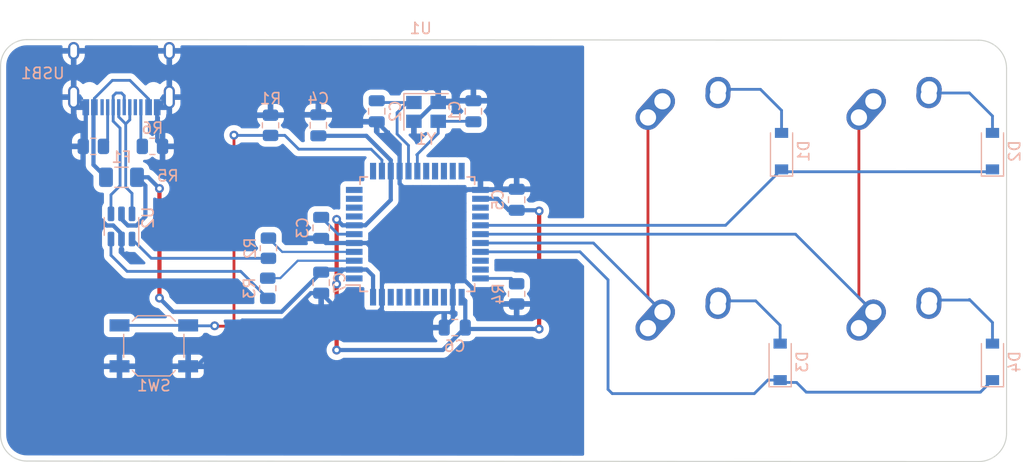
<source format=kicad_pcb>
(kicad_pcb (version 20211014) (generator pcbnew)
  (layers (0 "F.Cu" signal) (31 "B.Cu" signal) (34 "B.Paste" user) (35 "F.Paste" user) (36 "B.SilkS" user "B.Silkscreen") (37 "F.SilkS" user "F.Silkscreen") (38 "B.Mask" user) (39 "F.Mask" user) (44 "Edge.Cuts" user))
  (net 0 "")
  (net 1 "GND")
  (net 2 "Net-(C1-Pad2)")
  (net 3 "Net-(C2-Pad2)")
  (net 4 "Net-(C3-Pad1)")
  (net 5 "+5V")
  (net 6 "row0")
  (net 7 "Net-(D1-Pad2)")
  (net 8 "Net-(D2-Pad2)")
  (net 9 "row1")
  (net 10 "Net-(D3-Pad2)")
  (net 11 "Net-(D4-Pad2)")
  (net 12 "col0")
  (net 13 "Net-(R1-Pad1)")
  (net 14 "D-")
  (net 15 "Net-(R4-Pad1)")
  (net 27 "col1")
  (net 39 "D+ OUT")
  (net 40 "D- OUT")
  (net 41 "D- IN")
  (net 42 "D+ IN")
  (net 44 "D+")
  (net 46 "Net-(R5-Pad2)")
  (net 47 "Net-(R6-Pad2)")
  (net 48 "Vcc")
  (footprint "MX_Alps_Hybrid:MX-1U-NoLED" (layer "F.Cu") (at 208.329801 107.999801)
    (fp_text reference "MX4")
    (fp_text value "MX-NoLED")
    (pad "" np_thru_hole circle locked (at -5.08 0 48.0996) (size 1.75 1.75) (drill 1.75) (layers *.Cu *.Mask))
    (pad "" np_thru_hole circle locked (at 5.08 0 48.0996) (size 1.75 1.75) (drill 1.75) (layers *.Cu *.Mask))
    (pad "" np_thru_hole circle locked (at 0 0) (size 3.9878 3.9878) (drill 3.9878) (layers *.Cu *.Mask))
    (pad "1" thru_hole oval locked (at -3.81 -2.54 48.099) (size 4.211556 2.25) (drill 1.47 (offset 0.980778 0)) (layers *.Cu "B.Mask") (net 27 "col1"))
    (pad "1" thru_hole circle locked (at -2.5 -4) (size 2.25 2.25) (drill 1.47) (layers *.Cu "B.Mask") (net 27 "col1"))
    (pad "2" thru_hole circle locked (at 2.54 -5.08) (size 2.25 2.25) (drill 1.47) (layers *.Cu "B.Mask") (net 11 "Net-(D4-Pad2)"))
    (pad "2" thru_hole oval locked (at 2.5 -4.5 86.0548) (size 2.831378 2.25) (drill 1.47 (offset 0.290689 0)) (layers *.Cu "B.Mask") (net 11 "Net-(D4-Pad2)"))
  )
  (footprint "MX_Alps_Hybrid:MX-1U-NoLED" (layer "F.Cu") (at 208.329801 88.949801)
    (fp_text reference "MX2")
    (fp_text value "MX-NoLED")
    (pad "" np_thru_hole circle locked (at 5.08 0 48.0996) (size 1.75 1.75) (drill 1.75) (layers *.Cu *.Mask))
    (pad "" np_thru_hole circle locked (at 0 0) (size 3.9878 3.9878) (drill 3.9878) (layers *.Cu *.Mask))
    (pad "" np_thru_hole circle locked (at -5.08 0 48.0996) (size 1.75 1.75) (drill 1.75) (layers *.Cu *.Mask))
    (pad "1" thru_hole circle locked (at -2.5 -4) (size 2.25 2.25) (drill 1.47) (layers *.Cu "B.Mask") (net 27 "col1"))
    (pad "1" thru_hole oval locked (at -3.81 -2.54 48.099) (size 4.211556 2.25) (drill 1.47 (offset 0.980778 0)) (layers *.Cu "B.Mask") (net 27 "col1"))
    (pad "2" thru_hole circle locked (at 2.54 -5.08) (size 2.25 2.25) (drill 1.47) (layers *.Cu "B.Mask") (net 8 "Net-(D2-Pad2)"))
    (pad "2" thru_hole oval locked (at 2.5 -4.5 86.0548) (size 2.831378 2.25) (drill 1.47 (offset 0.290689 0)) (layers *.Cu "B.Mask") (net 8 "Net-(D2-Pad2)"))
  )
  (footprint "logolibrary:veglogo" (layer "F.Cu") (at 131.953 108.458)
    (fp_text reference "G***" hide)
    (fp_text value "LOGO" hide)
  )
  (footprint "MX_Alps_Hybrid:MX-1U-NoLED" (layer "F.Cu") (at 189.279801 88.949801)
    (fp_text reference "MX1")
    (fp_text value "MX-NoLED")
    (pad "" np_thru_hole circle locked (at 5.08 0 48.0996) (size 1.75 1.75) (drill 1.75) (layers *.Cu *.Mask))
    (pad "" np_thru_hole circle locked (at -5.08 0 48.0996) (size 1.75 1.75) (drill 1.75) (layers *.Cu *.Mask))
    (pad "" np_thru_hole circle locked (at 0 0) (size 3.9878 3.9878) (drill 3.9878) (layers *.Cu *.Mask))
    (pad "1" thru_hole circle locked (at -2.5 -4) (size 2.25 2.25) (drill 1.47) (layers *.Cu "B.Mask") (net 12 "col0"))
    (pad "1" thru_hole oval locked (at -3.81 -2.54 48.0996) (size 4.211556 2.25) (drill 1.47 (offset 0.980778 0)) (layers *.Cu "B.Mask") (net 12 "col0"))
    (pad "2" thru_hole oval locked (at 2.5 -4.5 86.0548) (size 2.831378 2.25) (drill 1.47 (offset 0.290689 0)) (layers *.Cu "B.Mask") (net 7 "Net-(D1-Pad2)"))
    (pad "2" thru_hole circle locked (at 2.54 -5.08) (size 2.25 2.25) (drill 1.47) (layers *.Cu "B.Mask") (net 7 "Net-(D1-Pad2)"))
  )
  (footprint "MX_Alps_Hybrid:MX-1U-NoLED" (layer "F.Cu") (at 189.279801 107.999801)
    (fp_text reference "MX3")
    (fp_text value "MX-NoLED")
    (pad "" np_thru_hole circle locked (at 0 0) (size 3.9878 3.9878) (drill 3.9878) (layers *.Cu *.Mask))
    (pad "" np_thru_hole circle locked (at 5.08 0 48.0996) (size 1.75 1.75) (drill 1.75) (layers *.Cu *.Mask))
    (pad "" np_thru_hole circle locked (at -5.08 0 48.0996) (size 1.75 1.75) (drill 1.75) (layers *.Cu *.Mask))
    (pad "1" thru_hole oval locked (at -3.81 -2.54 48.0996) (size 4.211556 2.25) (drill 1.47 (offset 0.980778 0)) (layers *.Cu "B.Mask") (net 12 "col0"))
    (pad "1" thru_hole circle locked (at -2.5 -4) (size 2.25 2.25) (drill 1.47) (layers *.Cu "B.Mask") (net 12 "col0"))
    (pad "2" thru_hole circle locked (at 2.54 -5.08) (size 2.25 2.25) (drill 1.47) (layers *.Cu "B.Mask") (net 10 "Net-(D3-Pad2)"))
    (pad "2" thru_hole oval locked (at 2.5 -4.5 86.0548) (size 2.831378 2.25) (drill 1.47 (offset 0.290689 0)) (layers *.Cu "B.Mask") (net 10 "Net-(D3-Pad2)"))
  )
  (footprint "Diode_SMD:D_SOD-123" (layer "B.Cu") (at 197.534801 89.457801 90)
    (fp_text reference "D1" (at 0 2 90) (layer "B.SilkS") (effects (justify mirror)))
    (fp_text value "D_Small")
    (fp_line (start -2.25 -1) (end 1.65 -1) (layer "B.SilkS") (width 0.12))
    (fp_line (start -2.25 1) (end 1.65 1) (layer "B.SilkS") (width 0.12))
    (fp_line (start -2.25 1) (end -2.25 -1) (layer "B.SilkS") (width 0.12))
    (pad "1" smd rect locked (at -1.65 0 90) (size 0.9 1.2) (layers "B.Cu" "B.Paste" "B.Mask") (net 6 "row0"))
    (pad "2" smd rect locked (at 1.65 0 90) (size 0.9 1.2) (layers "B.Cu" "B.Paste" "B.Mask") (net 7 "Net-(D1-Pad2)"))
  )
  (footprint "Type-C:HRO-TYPE-C-31-M-12-Assembly" (layer "B.Cu") (at 137.922 77.791)
    (fp_text reference "USB1" (at -7.112 4.632) (layer "B.SilkS") (effects (justify mirror)))
    (fp_text value "HRO-TYPE-C-31-M-12")
    (pad "" np_thru_hole circle locked (at 2.89 6.25) (size 0.65 0.65) (drill 0.65) (layers *.Cu *.Mask))
    (pad "" np_thru_hole circle locked (at -2.89 6.25) (size 0.65 0.65) (drill 0.65) (layers *.Cu *.Mask))
    (pad "1" smd rect locked (at -3.225 7.695) (size 0.6 1.45) (layers "B.Cu" "B.Paste" "B.Mask") (net 1 "GND"))
    (pad "2" smd rect locked (at -2.45 7.695) (size 0.6 1.45) (layers "B.Cu" "B.Paste" "B.Mask") (net 48 "Vcc"))
    (pad "3" smd rect locked (at -1.75 7.695) (size 0.3 1.45) (layers "B.Cu" "B.Paste" "B.Mask"))
    (pad "4" smd rect locked (at -1.25 7.695) (size 0.3 1.45) (layers "B.Cu" "B.Paste" "B.Mask") (net 46 "Net-(R5-Pad2)"))
    (pad "5" smd rect locked (at -0.75 7.695) (size 0.3 1.45) (layers "B.Cu" "B.Paste" "B.Mask") (net 41 "D- IN"))
    (pad "6" smd rect locked (at -0.25 7.695) (size 0.3 1.45) (layers "B.Cu" "B.Paste" "B.Mask") (net 42 "D+ IN"))
    (pad "7" smd rect locked (at 0.25 7.695) (size 0.3 1.45) (layers "B.Cu" "B.Paste" "B.Mask") (net 41 "D- IN"))
    (pad "8" smd rect locked (at 0.75 7.695) (size 0.3 1.45) (layers "B.Cu" "B.Paste" "B.Mask") (net 42 "D+ IN"))
    (pad "9" smd rect locked (at 1.25 7.695) (size 0.3 1.45) (layers "B.Cu" "B.Paste" "B.Mask"))
    (pad "10" smd rect locked (at 1.75 7.695) (size 0.3 1.45) (layers "B.Cu" "B.Paste" "B.Mask") (net 47 "Net-(R6-Pad2)"))
    (pad "11" smd rect locked (at 2.45 7.695) (size 0.6 1.45) (layers "B.Cu" "B.Paste" "B.Mask") (net 48 "Vcc"))
    (pad "12" smd rect locked (at 3.225 7.695) (size 0.6 1.45) (layers "B.Cu" "B.Paste" "B.Mask") (net 1 "GND"))
    (pad "13" thru_hole oval locked (at 4.32 2.6) (size 1 1.6) (drill oval 0.6 1.2) (layers *.Cu *.Mask) (net 1 "GND"))
    (pad "13" thru_hole oval locked (at 4.32 6.78) (size 1 2.1) (drill oval 0.6 1.7) (layers *.Cu *.Mask) (net 1 "GND"))
    (pad "13" thru_hole oval locked (at -4.32 6.78) (size 1 2.1) (drill oval 0.6 1.7) (layers *.Cu *.Mask) (net 1 "GND"))
    (pad "13" thru_hole oval locked (at -4.32 2.6) (size 1 1.6) (drill oval 0.6 1.2) (layers *.Cu *.Mask) (net 1 "GND"))
  )
  (footprint "Diode_SMD:D_SOD-123" (layer "B.Cu") (at 216.584801 89.457801 90)
    (fp_text reference "D2" (at 0 2 90) (layer "B.SilkS") (effects (justify mirror)))
    (fp_text value "D_Small")
    (fp_line (start -2.25 -1) (end 1.65 -1) (layer "B.SilkS") (width 0.12))
    (fp_line (start -2.25 1) (end 1.65 1) (layer "B.SilkS") (width 0.12))
    (fp_line (start -2.25 1) (end -2.25 -1) (layer "B.SilkS") (width 0.12))
    (pad "1" smd rect locked (at -1.65 0 90) (size 0.9 1.2) (layers "B.Cu" "B.Paste" "B.Mask") (net 6 "row0"))
    (pad "2" smd rect locked (at 1.65 0 90) (size 0.9 1.2) (layers "B.Cu" "B.Paste" "B.Mask") (net 8 "Net-(D2-Pad2)"))
  )
  (footprint "Diode_SMD:D_SOD-123" (layer "B.Cu") (at 216.584801 108.507801 90)
    (fp_text reference "D4" (at 0 2 90) (layer "B.SilkS") (effects (justify mirror)))
    (fp_text value "D_Small")
    (fp_line (start -2.25 -1) (end 1.65 -1) (layer "B.SilkS") (width 0.12))
    (fp_line (start -2.25 1) (end -2.25 -1) (layer "B.SilkS") (width 0.12))
    (fp_line (start -2.25 1) (end 1.65 1) (layer "B.SilkS") (width 0.12))
    (pad "1" smd rect locked (at -1.65 0 90) (size 0.9 1.2) (layers "B.Cu" "B.Paste" "B.Mask") (net 9 "row1"))
    (pad "2" smd rect locked (at 1.65 0 90) (size 0.9 1.2) (layers "B.Cu" "B.Paste" "B.Mask") (net 11 "Net-(D4-Pad2)"))
  )
  (footprint "Fuse:Fuse_1206_3216Metric" (layer "B.Cu") (at 137.922 91.821 180)
    (fp_text reference "F1" (at 0 1.82) (layer "B.SilkS") (effects (justify mirror)))
    (fp_text value "500mA")
    (fp_line (start -0.602064 0.91) (end 0.602064 0.91) (layer "B.SilkS") (width 0.12))
    (fp_line (start -0.602064 -0.91) (end 0.602064 -0.91) (layer "B.SilkS") (width 0.12))
    (pad "1" smd roundrect locked (at -1.4 0 180) (size 1.25 1.75) (layers "B.Cu" "B.Paste" "B.Mask") (roundrect_rratio 0.2) (net 5 "+5V"))
    (pad "2" smd roundrect locked (at 1.4 0 180) (size 1.25 1.75) (layers "B.Cu" "B.Paste" "B.Mask") (roundrect_rratio 0.2) (net 48 "Vcc"))
  )
  (footprint "Capacitor_SMD:C_0805_2012Metric" (layer "B.Cu") (at 169.70375 85.852 -90)
    (fp_text reference "C1" (at 0 1.68 90) (layer "B.SilkS") (effects (justify mirror)))
    (fp_text value "22uF")
    (fp_line (start -0.261252 -0.735) (end 0.261252 -0.735) (layer "B.SilkS") (width 0.12))
    (fp_line (start -0.261252 0.735) (end 0.261252 0.735) (layer "B.SilkS") (width 0.12))
    (pad "1" smd roundrect locked (at -0.95 0 270) (size 1 1.45) (layers "B.Cu" "B.Paste" "B.Mask") (net 1 "GND"))
    (pad "2" smd roundrect locked (at 0.95 0 270) (size 1 1.45) (layers "B.Cu" "B.Paste" "B.Mask") (net 2 "Net-(C1-Pad2)"))
  )
  (footprint "Capacitor_SMD:C_0805_2012Metric" (layer "B.Cu") (at 155.956 101.346 90)
    (fp_text reference "C7" (at 0 1.68 90) (layer "B.SilkS") (effects (justify mirror)))
    (fp_text value "0.1uF")
    (fp_line (start -0.261252 0.735) (end 0.261252 0.735) (layer "B.SilkS") (width 0.12))
    (fp_line (start -0.261252 -0.735) (end 0.261252 -0.735) (layer "B.SilkS") (width 0.12))
    (pad "1" smd roundrect locked (at -0.95 0 90) (size 1 1.45) (layers "B.Cu" "B.Paste" "B.Mask") (net 1 "GND"))
    (pad "2" smd roundrect locked (at 0.95 0 90) (size 1 1.45) (layers "B.Cu" "B.Paste" "B.Mask") (net 5 "+5V"))
  )
  (footprint "Capacitor_SMD:C_0805_2012Metric" (layer "B.Cu") (at 155.956 96.393 -90)
    (fp_text reference "C3" (at 0 1.68 -270) (layer "B.SilkS") (effects (justify mirror)))
    (fp_text value "1uF")
    (fp_line (start -0.261252 -0.735) (end 0.261252 -0.735) (layer "B.SilkS") (width 0.12))
    (fp_line (start -0.261252 0.735) (end 0.261252 0.735) (layer "B.SilkS") (width 0.12))
    (pad "1" smd roundrect locked (at -0.95 0 270) (size 1 1.45) (layers "B.Cu" "B.Paste" "B.Mask") (net 4 "Net-(C3-Pad1)"))
    (pad "2" smd roundrect locked (at 0.95 0 270) (size 1 1.45) (layers "B.Cu" "B.Paste" "B.Mask") (net 1 "GND"))
  )
  (footprint "Capacitor_SMD:C_0805_2012Metric" (layer "B.Cu") (at 173.609 93.853 -90)
    (fp_text reference "C5" (at 0 1.68 -270) (layer "B.SilkS") (effects (justify mirror)))
    (fp_text value "0.1uF")
    (fp_line (start -0.261252 0.735) (end 0.261252 0.735) (layer "B.SilkS") (width 0.12))
    (fp_line (start -0.261252 -0.735) (end 0.261252 -0.735) (layer "B.SilkS") (width 0.12))
    (pad "1" smd roundrect locked (at -0.95 0 270) (size 1 1.45) (layers "B.Cu" "B.Paste" "B.Mask") (net 1 "GND"))
    (pad "2" smd roundrect locked (at 0.95 0 270) (size 1 1.45) (layers "B.Cu" "B.Paste" "B.Mask") (net 5 "+5V"))
  )
  (footprint "Capacitor_SMD:C_0805_2012Metric" (layer "B.Cu") (at 155.702 87.122 -90)
    (fp_text reference "C4" (at -2.413 0 180) (layer "B.SilkS") (effects (justify mirror)))
    (fp_text value "0.1uF")
    (fp_line (start -0.261252 0.735) (end 0.261252 0.735) (layer "B.SilkS") (width 0.12))
    (fp_line (start -0.261252 -0.735) (end 0.261252 -0.735) (layer "B.SilkS") (width 0.12))
    (pad "1" smd roundrect locked (at -0.95 0 270) (size 1 1.45) (layers "B.Cu" "B.Paste" "B.Mask") (net 1 "GND"))
    (pad "2" smd roundrect locked (at 0.95 0 270) (size 1 1.45) (layers "B.Cu" "B.Paste" "B.Mask") (net 5 "+5V"))
  )
  (footprint "Crystal:Crystal_SMD_3225-4Pin_3.2x2.5mm" (layer "B.Cu") (at 165.42875 85.90825)
    (fp_text reference "Y1" (at 0 2.45) (layer "B.SilkS") (effects (justify mirror)))
    (fp_text value "16 MHz")
    (fp_line (start -2 -1.65) (end 2 -1.65) (layer "B.SilkS") (width 0.12))
    (fp_line (start -2 1.65) (end -2 -1.65) (layer "B.SilkS") (width 0.12))
    (pad "1" smd rect locked (at -1.1 -0.85) (size 1.4 1.2) (layers "B.Cu" "B.Paste" "B.Mask") (net 3 "Net-(C2-Pad2)"))
    (pad "2" smd rect locked (at 1.1 -0.85) (size 1.4 1.2) (layers "B.Cu" "B.Paste" "B.Mask") (net 1 "GND"))
    (pad "3" smd rect locked (at 1.1 0.85) (size 1.4 1.2) (layers "B.Cu" "B.Paste" "B.Mask") (net 2 "Net-(C1-Pad2)"))
    (pad "4" smd rect locked (at -1.1 0.85) (size 1.4 1.2) (layers "B.Cu" "B.Paste" "B.Mask") (net 1 "GND"))
  )
  (footprint "Resistor_SMD:R_0805_2012Metric" (layer "B.Cu") (at 151.13 101.854 -90)
    (fp_text reference "R3" (at 0 1.65 90) (layer "B.SilkS") (effects (justify mirror)))
    (fp_text value "22")
    (fp_line (start -0.227064 0.735) (end 0.227064 0.735) (layer "B.SilkS") (width 0.12))
    (fp_line (start -0.227064 -0.735) (end 0.227064 -0.735) (layer "B.SilkS") (width 0.12))
    (pad "1" smd roundrect locked (at -0.9125 0 270) (size 1.025 1.4) (layers "B.Cu" "B.Paste" "B.Mask") (roundrect_rratio 0.243902) (net 14 "D-"))
    (pad "2" smd roundrect locked (at 0.9125 0 270) (size 1.025 1.4) (layers "B.Cu" "B.Paste" "B.Mask") (roundrect_rratio 0.243902) (net 40 "D- OUT"))
  )
  (footprint "Package_QFP:TQFP-44_10x10mm_P0.8mm" (layer "B.Cu") (at 164.641801 96.9645)
    (fp_text reference "U1" (at 0.30625 -18.6055) (layer "B.SilkS") (effects (justify mirror)))
    (fp_text value "ATmega32U4-A")
    (fp_line (start 5.175 5.175) (end 5.175 4.5) (layer "B.SilkS") (width 0.15))
    (fp_line (start 5.175 -5.175) (end 4.5 -5.175) (layer "B.SilkS") (width 0.15))
    (fp_line (start -5.175 4.6) (end -6.45 4.6) (layer "B.SilkS") (width 0.15))
    (fp_line (start 5.175 5.175) (end 4.5 5.175) (layer "B.SilkS") (width 0.15))
    (fp_line (start -5.175 5.175) (end -4.5 5.175) (layer "B.SilkS") (width 0.15))
    (fp_line (start -5.175 -5.175) (end -5.175 -4.5) (layer "B.SilkS") (width 0.15))
    (fp_line (start 5.175 -5.175) (end 5.175 -4.5) (layer "B.SilkS") (width 0.15))
    (fp_line (start -5.175 5.175) (end -5.175 4.6) (layer "B.SilkS") (width 0.15))
    (fp_line (start -5.175 -5.175) (end -4.5 -5.175) (layer "B.SilkS") (width 0.15))
    (pad "1" smd rect locked (at -5.7 4) (size 1.5 0.55) (layers "B.Cu" "B.Paste" "B.Mask"))
    (pad "2" smd rect locked (at -5.7 3.2) (size 1.5 0.55) (layers "B.Cu" "B.Paste" "B.Mask") (net 5 "+5V"))
    (pad "3" smd rect locked (at -5.7 2.4) (size 1.5 0.55) (layers "B.Cu" "B.Paste" "B.Mask") (net 14 "D-"))
    (pad "4" smd rect locked (at -5.7 1.6) (size 1.5 0.55) (layers "B.Cu" "B.Paste" "B.Mask") (net 44 "D+"))
    (pad "5" smd rect locked (at -5.7 0.8) (size 1.5 0.55) (layers "B.Cu" "B.Paste" "B.Mask") (net 1 "GND"))
    (pad "6" smd rect locked (at -5.7 0) (size 1.5 0.55) (layers "B.Cu" "B.Paste" "B.Mask") (net 4 "Net-(C3-Pad1)"))
    (pad "7" smd rect locked (at -5.7 -0.8) (size 1.5 0.55) (layers "B.Cu" "B.Paste" "B.Mask") (net 5 "+5V"))
    (pad "8" smd rect locked (at -5.7 -1.6) (size 1.5 0.55) (layers "B.Cu" "B.Paste" "B.Mask"))
    (pad "9" smd rect locked (at -5.7 -2.4) (size 1.5 0.55) (layers "B.Cu" "B.Paste" "B.Mask"))
    (pad "10" smd rect locked (at -5.7 -3.2) (size 1.5 0.55) (layers "B.Cu" "B.Paste" "B.Mask"))
    (pad "11" smd rect locked (at -5.7 -4) (size 1.5 0.55) (layers "B.Cu" "B.Paste" "B.Mask"))
    (pad "12" smd rect locked (at -4 -5.7 270) (size 1.5 0.55) (layers "B.Cu" "B.Paste" "B.Mask"))
    (pad "13" smd rect locked (at -3.2 -5.7 270) (size 1.5 0.55) (layers "B.Cu" "B.Paste" "B.Mask") (net 13 "Net-(R1-Pad1)"))
    (pad "14" smd rect locked (at -2.4 -5.7 270) (size 1.5 0.55) (layers "B.Cu" "B.Paste" "B.Mask") (net 5 "+5V"))
    (pad "15" smd rect locked (at -1.6 -5.7 270) (size 1.5 0.55) (layers "B.Cu" "B.Paste" "B.Mask") (net 1 "GND"))
    (pad "16" smd rect locked (at -0.8 -5.7 270) (size 1.5 0.55) (layers "B.Cu" "B.Paste" "B.Mask") (net 3 "Net-(C2-Pad2)"))
    (pad "17" smd rect locked (at 0 -5.7 270) (size 1.5 0.55) (layers "B.Cu" "B.Paste" "B.Mask") (net 2 "Net-(C1-Pad2)"))
    (pad "18" smd rect locked (at 0.8 -5.7 270) (size 1.5 0.55) (layers "B.Cu" "B.Paste" "B.Mask"))
    (pad "19" smd rect locked (at 1.6 -5.7 270) (size 1.5 0.55) (layers "B.Cu" "B.Paste" "B.Mask"))
    (pad "20" smd rect locked (at 2.4 -5.7 270) (size 1.5 0.55) (layers "B.Cu" "B.Paste" "B.Mask"))
    (pad "21" smd rect locked (at 3.2 -5.7 270) (size 1.5 0.55) (layers "B.Cu" "B.Paste" "B.Mask"))
    (pad "22" smd rect locked (at 4 -5.7 270) (size 1.5 0.55) (layers "B.Cu" "B.Paste" "B.Mask"))
    (pad "23" smd rect locked (at 5.7 -4) (size 1.5 0.55) (layers "B.Cu" "B.Paste" "B.Mask") (net 1 "GND"))
    (pad "24" smd rect locked (at 5.7 -3.2) (size 1.5 0.55) (layers "B.Cu" "B.Paste" "B.Mask") (net 5 "+5V"))
    (pad "25" smd rect locked (at 5.7 -2.4) (size 1.5 0.55) (layers "B.Cu" "B.Paste" "B.Mask"))
    (pad "26" smd rect locked (at 5.7 -1.6) (size 1.5 0.55) (layers "B.Cu" "B.Paste" "B.Mask"))
    (pad "27" smd rect locked (at 5.7 -0.8) (size 1.5 0.55) (layers "B.Cu" "B.Paste" "B.Mask") (net 6 "row0"))
    (pad "28" smd rect locked (at 5.7 0) (size 1.5 0.55) (layers "B.Cu" "B.Paste" "B.Mask") (net 27 "col1"))
    (pad "29" smd rect locked (at 5.7 0.8) (size 1.5 0.55) (layers "B.Cu" "B.Paste" "B.Mask") (net 12 "col0"))
    (pad "30" smd rect locked (at 5.7 1.6) (size 1.5 0.55) (layers "B.Cu" "B.Paste" "B.Mask") (net 9 "row1"))
    (pad "31" smd rect locked (at 5.7 2.4) (size 1.5 0.55) (layers "B.Cu" "B.Paste" "B.Mask"))
    (pad "32" smd rect locked (at 5.7 3.2) (size 1.5 0.55) (layers "B.Cu" "B.Paste" "B.Mask"))
    (pad "33" smd rect locked (at 5.7 4) (size 1.5 0.55) (layers "B.Cu" "B.Paste" "B.Mask") (net 15 "Net-(R4-Pad1)"))
    (pad "34" smd rect locked (at 4 5.7 270) (size 1.5 0.55) (layers "B.Cu" "B.Paste" "B.Mask") (net 5 "+5V"))
    (pad "35" smd rect locked (at 3.2 5.7 270) (size 1.5 0.55) (layers "B.Cu" "B.Paste" "B.Mask") (net 1 "GND"))
    (pad "36" smd rect locked (at 2.4 5.7 270) (size 1.5 0.55) (layers "B.Cu" "B.Paste" "B.Mask"))
    (pad "37" smd rect locked (at 1.6 5.7 270) (size 1.5 0.55) (layers "B.Cu" "B.Paste" "B.Mask"))
    (pad "38" smd rect locked (at 0.8 5.7 270) (size 1.5 0.55) (layers "B.Cu" "B.Paste" "B.Mask"))
    (pad "39" smd rect locked (at 0 5.7 270) (size 1.5 0.55) (layers "B.Cu" "B.Paste" "B.Mask"))
    (pad "40" smd rect locked (at -0.8 5.7 270) (size 1.5 0.55) (layers "B.Cu" "B.Paste" "B.Mask"))
    (pad "41" smd rect locked (at -1.6 5.7 270) (size 1.5 0.55) (layers "B.Cu" "B.Paste" "B.Mask"))
    (pad "42" smd rect locked (at -2.4 5.7 270) (size 1.5 0.55) (layers "B.Cu" "B.Paste" "B.Mask"))
    (pad "43" smd rect locked (at -3.2 5.7 270) (size 1.5 0.55) (layers "B.Cu" "B.Paste" "B.Mask") (net 1 "GND"))
    (pad "44" smd rect locked (at -4 5.7 270) (size 1.5 0.55) (layers "B.Cu" "B.Paste" "B.Mask") (net 5 "+5V"))
  )
  (footprint "Diode_SMD:D_SOD-123" (layer "B.Cu") (at 197.407801 108.507801 90)
    (fp_text reference "D3" (at 0 2 90) (layer "B.SilkS") (effects (justify mirror)))
    (fp_text value "D_Small")
    (fp_line (start -2.25 1) (end -2.25 -1) (layer "B.SilkS") (width 0.12))
    (fp_line (start -2.25 1) (end 1.65 1) (layer "B.SilkS") (width 0.12))
    (fp_line (start -2.25 -1) (end 1.65 -1) (layer "B.SilkS") (width 0.12))
    (pad "1" smd rect locked (at -1.65 0 90) (size 0.9 1.2) (layers "B.Cu" "B.Paste" "B.Mask") (net 9 "row1"))
    (pad "2" smd rect locked (at 1.65 0 90) (size 0.9 1.2) (layers "B.Cu" "B.Paste" "B.Mask") (net 10 "Net-(D3-Pad2)"))
  )
  (footprint "Capacitor_SMD:C_0805_2012Metric" (layer "B.Cu") (at 168.021 105.41)
    (fp_text reference "C6" (at 0 1.68) (layer "B.SilkS") (effects (justify mirror)))
    (fp_text value "0.1uF")
    (fp_line (start -0.261252 0.735) (end 0.261252 0.735) (layer "B.SilkS") (width 0.12))
    (fp_line (start -0.261252 -0.735) (end 0.261252 -0.735) (layer "B.SilkS") (width 0.12))
    (pad "1" smd roundrect locked (at -0.95 0) (size 1 1.45) (layers "B.Cu" "B.Paste" "B.Mask") (net 1 "GND"))
    (pad "2" smd roundrect locked (at 0.95 0) (size 1 1.45) (layers "B.Cu" "B.Paste" "B.Mask") (net 5 "+5V"))
  )
  (footprint "Button_Switch_SMD:SW_SPST_SKQG_WithStem" (layer "B.Cu") (at 140.843 107.061)
    (fp_text reference "SW1" (at 0 3.6) (layer "B.SilkS") (effects (justify mirror)))
    (fp_text value "SW_Push")
    (fp_line (start -1.45 -2.72) (end 1.45 -2.72) (layer "B.SilkS") (width 0.12))
    (fp_line (start -1.45 -2.72) (end -1.94 -2.23) (layer "B.SilkS") (width 0.12))
    (fp_line (start 2.72 -1.04) (end 2.72 1.04) (layer "B.SilkS") (width 0.12))
    (fp_line (start 1.45 2.72) (end 1.94 2.23) (layer "B.SilkS") (width 0.12))
    (fp_line (start -1.45 2.72) (end -1.94 2.23) (layer "B.SilkS") (width 0.12))
    (fp_line (start 1.45 -2.72) (end 1.94 -2.23) (layer "B.SilkS") (width 0.12))
    (fp_line (start -1.45 2.72) (end 1.45 2.72) (layer "B.SilkS") (width 0.12))
    (fp_line (start -2.72 -1.04) (end -2.72 1.04) (layer "B.SilkS") (width 0.12))
    (pad "1" smd rect locked (at -3.1 1.85) (size 1.8 1.1) (layers "B.Cu" "B.Paste" "B.Mask") (net 1 "GND"))
    (pad "1" smd rect locked (at 3.1 1.85) (size 1.8 1.1) (layers "B.Cu" "B.Paste" "B.Mask") (net 1 "GND"))
    (pad "2" smd rect locked (at 3.1 -1.85) (size 1.8 1.1) (layers "B.Cu" "B.Paste" "B.Mask") (net 13 "Net-(R1-Pad1)"))
    (pad "2" smd rect locked (at -3.1 -1.85) (size 1.8 1.1) (layers "B.Cu" "B.Paste" "B.Mask") (net 13 "Net-(R1-Pad1)"))
  )
  (footprint "Resistor_SMD:R_0805_2012Metric" (layer "B.Cu") (at 173.609 102.362 -90)
    (fp_text reference "R4" (at 0 1.65 90) (layer "B.SilkS") (effects (justify mirror)))
    (fp_text value "10K")
    (fp_line (start -0.227064 -0.735) (end 0.227064 -0.735) (layer "B.SilkS") (width 0.12))
    (fp_line (start -0.227064 0.735) (end 0.227064 0.735) (layer "B.SilkS") (width 0.12))
    (pad "1" smd roundrect locked (at -0.9125 0 270) (size 1.025 1.4) (layers "B.Cu" "B.Paste" "B.Mask") (roundrect_rratio 0.243902) (net 15 "Net-(R4-Pad1)"))
    (pad "2" smd roundrect locked (at 0.9125 0 270) (size 1.025 1.4) (layers "B.Cu" "B.Paste" "B.Mask") (roundrect_rratio 0.243902) (net 1 "GND"))
  )
  (footprint "Resistor_SMD:R_0805_2012Metric" (layer "B.Cu") (at 151.384 87.122 90)
    (fp_text reference "R1" (at 2.413 0 180) (layer "B.SilkS") (effects (justify mirror)))
    (fp_text value "10K")
    (fp_line (start -0.227064 0.735) (end 0.227064 0.735) (layer "B.SilkS") (width 0.12))
    (fp_line (start -0.227064 -0.735) (end 0.227064 -0.735) (layer "B.SilkS") (width 0.12))
    (pad "1" smd roundrect locked (at -0.9125 0 90) (size 1.025 1.4) (layers "B.Cu" "B.Paste" "B.Mask") (roundrect_rratio 0.243902) (net 13 "Net-(R1-Pad1)"))
    (pad "2" smd roundrect locked (at 0.9125 0 90) (size 1.025 1.4) (layers "B.Cu" "B.Paste" "B.Mask") (roundrect_rratio 0.243902) (net 1 "GND"))
  )
  (footprint "Resistor_SMD:R_0805_2012Metric" (layer "B.Cu") (at 151.1935 98.2345 -90)
    (fp_text reference "R2" (at 0 1.65 90) (layer "B.SilkS") (effects (justify mirror)))
    (fp_text value "22")
    (fp_line (start -0.227064 0.735) (end 0.227064 0.735) (layer "B.SilkS") (width 0.12))
    (fp_line (start -0.227064 -0.735) (end 0.227064 -0.735) (layer "B.SilkS") (width 0.12))
    (pad "1" smd roundrect locked (at -0.9125 0 270) (size 1.025 1.4) (layers "B.Cu" "B.Paste" "B.Mask") (roundrect_rratio 0.243902) (net 44 "D+"))
    (pad "2" smd roundrect locked (at 0.9125 0 270) (size 1.025 1.4) (layers "B.Cu" "B.Paste" "B.Mask") (roundrect_rratio 0.243902) (net 39 "D+ OUT"))
  )
  (footprint "Resistor_SMD:R_0805_2012Metric" (layer "B.Cu") (at 135.382 89.027)
    (fp_text reference "R5" (at 6.731 2.667) (layer "B.SilkS") (effects (justify mirror)))
    (fp_text value "5.1K")
    (fp_line (start -0.227064 0.735) (end 0.227064 0.735) (layer "B.SilkS") (width 0.12))
    (fp_line (start -0.227064 -0.735) (end 0.227064 -0.735) (layer "B.SilkS") (width 0.12))
    (pad "1" smd roundrect locked (at -0.9125 0) (size 1.025 1.4) (layers "B.Cu" "B.Paste" "B.Mask") (roundrect_rratio 0.243902) (net 1 "GND"))
    (pad "2" smd roundrect locked (at 0.9125 0) (size 1.025 1.4) (layers "B.Cu" "B.Paste" "B.Mask") (roundrect_rratio 0.243902) (net 46 "Net-(R5-Pad2)"))
  )
  (footprint "Resistor_SMD:R_0805_2012Metric" (layer "B.Cu") (at 140.716 89.027 180)
    (fp_text reference "R6" (at 0 1.65) (layer "B.SilkS") (effects (justify mirror)))
    (fp_text value "5.1K")
    (fp_line (start -0.227064 0.735) (end 0.227064 0.735) (layer "B.SilkS") (width 0.12))
    (fp_line (start -0.227064 -0.735) (end 0.227064 -0.735) (layer "B.SilkS") (width 0.12))
    (pad "1" smd roundrect locked (at -0.9125 0 180) (size 1.025 1.4) (layers "B.Cu" "B.Paste" "B.Mask") (roundrect_rratio 0.243902) (net 1 "GND"))
    (pad "2" smd roundrect locked (at 0.9125 0 180) (size 1.025 1.4) (layers "B.Cu" "B.Paste" "B.Mask") (roundrect_rratio 0.243902) (net 47 "Net-(R6-Pad2)"))
  )
  (footprint "Capacitor_SMD:C_0805_2012Metric" (layer "B.Cu") (at 160.9725 85.852 90)
    (fp_text reference "C2" (at 0 1.68 90) (layer "B.SilkS") (effects (justify mirror)))
    (fp_text value "22uF")
    (fp_line (start -0.261252 -0.735) (end 0.261252 -0.735) (layer "B.SilkS") (width 0.12))
    (fp_line (start -0.261252 0.735) (end 0.261252 0.735) (layer "B.SilkS") (width 0.12))
    (pad "1" smd roundrect locked (at -0.95 0 90) (size 1 1.45) (layers "B.Cu" "B.Paste" "B.Mask") (net 1 "GND"))
    (pad "2" smd roundrect locked (at 0.95 0 90) (size 1 1.45) (layers "B.Cu" "B.Paste" "B.Mask") (net 3 "Net-(C2-Pad2)"))
  )
  (footprint "Package_TO_SOT_SMD:SOT-23-6" (layer "B.Cu") (at 137.922 96.266 90)
    (fp_text reference "U2" (at 0.79375 2.4 90) (layer "B.SilkS") (effects (justify mirror)))
    (fp_text value "USBLC6-2SC6")
    (fp_line (start 0 -1.56) (end -0.8 -1.56) (layer "B.SilkS") (width 0.12))
    (fp_line (start 0 -1.56) (end 0.8 -1.56) (layer "B.SilkS") (width 0.12))
    (fp_line (start 0 1.56) (end -1.8 1.56) (layer "B.SilkS") (width 0.12))
    (fp_line (start 0 1.56) (end 0.8 1.56) (layer "B.SilkS") (width 0.12))
    (pad "1" smd roundrect locked (at -1.1375 0.95 90) (size 1.325 0.6) (layers "B.Cu" "B.Paste" "B.Mask") (net 39 "D+ OUT"))
    (pad "2" smd roundrect locked (at -1.1375 0 90) (size 1.325 0.6) (layers "B.Cu" "B.Paste" "B.Mask") (net 1 "GND"))
    (pad "3" smd roundrect locked (at -1.1375 -0.95 90) (size 1.325 0.6) (layers "B.Cu" "B.Paste" "B.Mask") (net 40 "D- OUT"))
    (pad "4" smd roundrect locked (at 1.1375 -0.95 90) (size 1.325 0.6) (layers "B.Cu" "B.Paste" "B.Mask") (net 41 "D- IN"))
    (pad "5" smd roundrect locked (at 1.1375 0 90) (size 1.325 0.6) (layers "B.Cu" "B.Paste" "B.Mask") (net 5 "+5V"))
    (pad "6" smd roundrect locked (at 1.1375 0.95 90) (size 1.325 0.6) (layers "B.Cu" "B.Paste" "B.Mask") (net 42 "D+ IN"))
  )
  (gr_line (start 215.314801 117.524801) (end 129.38125 117.475) (layer "Edge.Cuts") (width 0.1))
  (gr_arc (start 215.314801 79.424801) (mid 217.110852 80.16875) (end 217.854801 81.964801) (layer "Edge.Cuts") (width 0.1))
  (gr_line (start 215.314801 79.424801) (end 129.38125 79.375) (layer "Edge.Cuts") (width 0.1))
  (gr_arc (start 127 81.75625) (mid 127.697452 80.072452) (end 129.38125 79.375) (layer "Edge.Cuts") (width 0.1))
  (gr_line (start 127 81.75625) (end 127 115.09375) (layer "Edge.Cuts") (width 0.1))
  (gr_line (start 217.854801 81.964801) (end 217.854801 114.984801) (layer "Edge.Cuts") (width 0.1))
  (gr_arc (start 129.38125 117.475) (mid 127.697452 116.777548) (end 127 115.09375) (layer "Edge.Cuts") (width 0.1))
  (gr_arc (start 217.854801 114.984801) (mid 217.110852 116.780852) (end 215.314801 117.524801) (layer "Edge.Cuts") (width 0.1))
  (gr_text "Thank you for supporting this project!" (at 158.623 114.427) (layer "F.Cu") (effects (font (size 1.25 1.25) (thickness 0.3))))
  (segment (start 161.441801 99.1335) (end 166.4435 99.1335) (width 0.381) (layer "B.Cu") (net 1))
  (segment (start 141.147 88.5455) (end 141.6285 89.027) (width 0.381) (layer "B.Cu") (net 1))
  (segment (start 165.6085 92.9645) (end 166.4965 92.9645) (width 0.381) (layer "B.Cu") (net 1))
  (segment (start 144.708 108.911) (end 143.943 108.911) (width 0.381) (layer "B.Cu") (net 1))
  (segment (start 163.610301 92.964) (end 163.041801 92.3955) (width 0.381) (layer "B.Cu") (net 1))
  (segment (start 133.602 84.571) (end 133.782 84.571) (width 0.381) (layer "B.Cu") (net 1))
  (segment (start 155.956 102.296) (end 157.64125 103.98125) (width 0.381) (layer "B.Cu") (net 1))
  (segment (start 155.020625 102.296) (end 152.541625 104.775) (width 0.381) (layer "B.Cu") (net 1))
  (segment (start 173.609 103.2745) (end 171.056823 103.2745) (width 0.381) (layer "B.Cu") (net 1))
  (segment (start 168.314124 100.531801) (end 167.841801 100.531801) (width 0.381) (layer "B.Cu") (net 1))
  (segment (start 133.602 80.645) (end 133.604 80.645) (width 0.381) (layer "B.Cu") (net 1))
  (segment (start 137.922 97.4035) (end 137.922 96.927297) (width 0.381) (layer "B.Cu") (net 1))
  (segment (start 158.623 84.455) (end 158.623 86.106) (width 0.381) (layer "B.Cu") (net 1))
  (segment (start 169.70375 84.902) (end 166.685 84.902) (width 0.381) (layer "B.Cu") (net 1))
  (segment (start 143.943 108.911) (end 137.743 108.911) (width 0.381) (layer "B.Cu") (net 1))
  (segment (start 159.319 86.802) (end 160.9725 86.802) (width 0.381) (layer "B.Cu") (net 1))
  (segment (start 155.956 97.343) (end 156.3775 97.7645) (width 0.381) (layer "B.Cu") (net 1))
  (segment (start 161.130073 103.98125) (end 161.441801 103.669522) (width 0.381) (layer "B.Cu") (net 1))
  (segment (start 163.041801 92.3955) (end 163.041801 91.2645) (width 0.381) (layer "B.Cu") (net 1))
  (segment (start 161.441801 103.669522) (end 161.441801 102.6645) (width 0.381) (layer "B.Cu") (net 1))
  (segment (start 155.956 102.296) (end 155.020625 102.296) (width 0.381) (layer "B.Cu") (net 1))
  (segment (start 160.072801 97.7645) (end 161.441801 99.1335) (width 0.381) (layer "B.Cu") (net 1))
  (segment (start 160.9725 86.802) (end 163.041801 88.871301) (width 0.381) (layer "B.Cu") (net 1))
  (segment (start 142.062 84.571) (end 141.147 85.486) (width 0.384) (layer "B.Cu") (net 1))
  (segment (start 166.4435 93.0175) (end 166.4965 92.9645) (width 0.381) (layer "B.Cu") (net 1))
  (segment (start 158.623 86.106) (end 159.319 86.802) (width 0.381) (layer "B.Cu") (net 1))
  (segment (start 136.598317 96.18102) (end 134.4695 94.052203) (width 0.381) (layer "B.Cu") (net 1))
  (segment (start 173.5475 92.9645) (end 173.609 92.903) (width 0.381) (layer "B.Cu") (net 1))
  (segment (start 170.341801 92.9645) (end 173.5475 92.9645) (width 0.381) (layer "B.Cu") (net 1))
  (segment (start 152.541625 104.775) (end 148.844 104.775) (width 0.381) (layer "B.Cu") (net 1))
  (segment (start 167.841801 100.531801) (end 167.841801 102.6645) (width 0.381) (layer "B.Cu") (net 1))
  (segment (start 165.354 82.931) (end 160.147 82.931) (width 0.381) (layer "B.Cu") (net 1))
  (segment (start 166.4965 92.9645) (end 170.341801 92.9645) (width 0.381) (layer "B.Cu") (net 1))
  (segment (start 165.608 92.964) (end 163.610301 92.964) (width 0.381) (layer "B.Cu") (net 1))
  (segment (start 137.175723 96.18102) (end 136.598317 96.18102) (width 0.381) (layer "B.Cu") (net 1))
  (segment (start 158.941801 97.7645) (end 160.072801 97.7645) (width 0.381) (layer "B.Cu") (net 1))
  (segment (start 158.557 86.172) (end 158.623 86.106) (width 0.381) (layer "B.Cu") (net 1))
  (segment (start 142.242 84.571) (end 142.062 84.571) (width 0.381) (layer "B.Cu") (net 1))
  (segment (start 164.57475 86.75825) (end 164.32875 86.75825) (width 0.381) (layer "B.Cu") (net 1))
  (segment (start 166.4435 99.1335) (end 166.4435 93.0175) (width 0.381) (layer "B.Cu") (net 1))
  (segment (start 151.4215 86.172) (end 151.384 86.2095) (width 0.381) (layer "B.Cu") (net 1))
  (segment (start 151.384 86.2095) (end 151.9955 86.2095) (width 0.381) (layer "B.Cu") (net 1))
  (segment (start 141.147 85.486) (end 141.147 88.5455) (width 0.384) (layer "B.Cu") (net 1))
  (segment (start 133.602 80.391) (end 142.242 80.391) (width 0.381) (layer "B.Cu") (net 1))
  (segment (start 166.52875 85.05825) (end 166.52875 84.10575) (width 0.381) (layer "B.Cu") (net 1))
  (segment (start 166.27475 85.05825) (end 164.57475 86.75825) (width 0.381) (layer "B.Cu") (net 1))
  (segment (start 163.041801 88.871301) (end 163.041801 91.2645) (width 0.381) (layer "B.Cu") (net 1))
  (segment (start 148.844 104.775) (end 144.708 108.911) (width 0.381) (layer "B.Cu") (net 1))
  (segment (start 171.056823 103.2745) (end 168.314124 100.531801) (width 0.381) (layer "B.Cu") (net 1))
  (segment (start 137.922 96.927297) (end 137.175723 96.18102) (width 0.381) (layer "B.Cu") (net 1))
  (segment (start 133.604 80.645) (end 133.731 80.772) (width 0.381) (layer "B.Cu") (net 1))
  (segment (start 166.4435 99.1335) (end 167.841801 100.531801) (width 0.381) (layer "B.Cu") (net 1))
  (segment (start 166.52875 85.05825) (end 166.27475 85.05825) (width 0.381) (layer "B.Cu") (net 1))
  (segment (start 167.841801 104.639199) (end 167.071 105.41) (width 0.381) (layer "B.Cu") (net 1))
  (segment (start 133.782 84.571) (end 134.697 85.486) (width 0.381) (layer "B.Cu") (net 1))
  (segment (start 160.147 82.931) (end 158.623 84.455) (width 0.381) (layer "B.Cu") (net 1))
  (segment (start 134.4695 94.052203) (end 134.4695 89.027) (width 0.381) (layer "B.Cu") (net 1))
  (segment (start 155.6645 86.2095) (end 155.702 86.172) (width 0.381) (layer "B.Cu") (net 1))
  (segment (start 155.702 86.172) (end 158.557 86.172) (width 0.381) (layer "B.Cu") (net 1))
  (segment (start 165.608 92.964) (end 165.6085 92.9645) (width 0.381) (layer "B.Cu") (net 1))
  (segment (start 157.64125 103.98125) (end 161.130073 103.98125) (width 0.381) (layer "B.Cu") (net 1))
  (segment (start 142.242 80.391) (end 142.242 84.571) (width 0.381) (layer "B.Cu") (net 1))
  (segment (start 133.602 80.391) (end 133.602 84.571) (width 0.381) (layer "B.Cu") (net 1))
  (segment (start 156.3775 97.7645) (end 158.941801 97.7645) (width 0.381) (layer "B.Cu") (net 1))
  (segment (start 155.702 86.172) (end 151.4215 86.172) (width 0.381) (layer "B.Cu") (net 1))
  (segment (start 161.441801 99.1335) (end 161.441801 102.6645) (width 0.381) (layer "B.Cu") (net 1))
  (segment (start 134.697 88.7995) (end 134.4695 89.027) (width 0.381) (layer "B.Cu") (net 1))
  (segment (start 167.841801 102.6645) (end 167.841801 104.639199) (width 0.381) (layer "B.Cu") (net 1))
  (segment (start 166.52875 84.10575) (end 165.354 82.931) (width 0.381) (layer "B.Cu") (net 1))
  (segment (start 166.685 84.902) (end 166.52875 85.05825) (width 0.381) (layer "B.Cu") (net 1))
  (segment (start 134.697 85.486) (end 134.697 88.7995) (width 0.381) (layer "B.Cu") (net 1))
  (segment (start 164.592 89.789) (end 164.641801 89.838801) (width 0.254) (layer "B.Cu") (net 2))
  (segment (start 164.641801 89.838801) (end 164.641801 91.2645) (width 0.254) (layer "B.Cu") (net 2))
  (segment (start 166.52875 86.75825) (end 166.52875 87.85225) (width 0.254) (layer "B.Cu") (net 2))
  (segment (start 166.52875 87.85225) (end 164.592 89.789) (width 0.254) (layer "B.Cu") (net 2))
  (segment (start 169.70375 86.802) (end 169.66 86.75825) (width 0.254) (layer "B.Cu") (net 2))
  (segment (start 169.66 86.75825) (end 166.52875 86.75825) (width 0.254) (layer "B.Cu") (net 2))
  (segment (start 160.9725 84.902) (end 161.12875 85.05825) (width 0.254) (layer "B.Cu") (net 3))
  (segment (start 162.814 85.979) (end 162.814 87.912324) (width 0.254) (layer "B.Cu") (net 3))
  (segment (start 163.841801 88.940125) (end 163.841801 91.2645) (width 0.254) (layer "B.Cu") (net 3))
  (segment (start 161.12875 85.05825) (end 164.32875 85.05825) (width 0.254) (layer "B.Cu") (net 3))
  (segment (start 163.73475 85.05825) (end 162.814 85.979) (width 0.254) (layer "B.Cu") (net 3))
  (segment (start 162.814 87.912324) (end 163.841801 88.940125) (width 0.254) (layer "B.Cu") (net 3))
  (segment (start 155.956 95.443) (end 157.4775 96.9645) (width 0.254) (layer "B.Cu") (net 4))
  (segment (start 157.4775 96.9645) (end 158.941801 96.9645) (width 0.254) (layer "B.Cu") (net 4))
  (segment (start 175.641 94.869) (end 175.641 105.537) (width 0.381) (layer "F.Cu") (net 5))
  (segment (start 141.351 102.743) (end 141.351 92.837) (width 0.381) (layer "F.Cu") (net 5))
  (segment (start 157.353 101.473) (end 157.353 95.631) (width 0.381) (layer "F.Cu") (net 5))
  (segment (start 157.353 107.442) (end 157.353 101.473) (width 0.381) (layer "F.Cu") (net 5))
  (via (at 157.353 107.442) (size 0.8) (drill 0.4) (layers "F.Cu" "B.Cu") (net 5))
  (via (at 157.353 101.473) (size 0.8) (drill 0.4) (layers "F.Cu" "B.Cu") (net 5))
  (via (at 175.641 105.537) (size 0.8) (drill 0.4) (layers "F.Cu" "B.Cu") (net 5))
  (via (at 141.351 102.743) (size 0.8) (drill 0.4) (layers "F.Cu" "B.Cu") (net 5))
  (via (at 141.351 92.837) (size 0.8) (drill 0.4) (layers "F.Cu" "B.Cu") (net 5))
  (via (at 157.353 95.631) (size 0.8) (drill 0.4) (layers "F.Cu" "B.Cu") (net 5))
  (via (at 175.641 94.869) (size 0.8) (drill 0.4) (layers "F.Cu" "B.Cu") (net 5))
  (segment (start 139.27698 96.18102) (end 140.081 95.377) (width 0.381) (layer "B.Cu") (net 5))
  (segment (start 175.575 94.803) (end 175.641 94.869) (width 0.381) (layer "B.Cu") (net 5))
  (segment (start 157.8225 100.1645) (end 158.941801 100.1645) (width 0.381) (layer "B.Cu") (net 5))
  (segment (start 169.098 105.537) (end 168.971 105.41) (width 0.381) (layer "B.Cu") (net 5))
  (segment (start 156.1875 100.1645) (end 157.8225 100.1645) (width 0.381) (layer "B.Cu") (net 5))
  (segment (start 162.241801 93.869522) (end 162.241801 91.2645) (width 0.381) (layer "B.Cu") (net 5))
  (segment (start 140.081 92.58) (end 139.322 91.821) (width 0.381) (layer "B.Cu") (net 5))
  (segment (start 173.609 94.803) (end 172.908 94.803) (width 0.381) (layer "B.Cu") (net 5))
  (segment (start 168.971 102.993699) (end 168.641801 102.6645) (width 0.381) (layer "B.Cu") (net 5))
  (segment (start 160.072801 100.1645) (end 160.641801 100.7335) (width 0.381) (layer "B.Cu") (net 5))
  (segment (start 168.971 105.41) (end 166.939 107.442) (width 0.381) (layer "B.Cu") (net 5))
  (segment (start 157.353 101.473) (end 157.353 100.748279) (width 0.381) (layer "B.Cu") (net 5))
  (segment (start 162.241801 90.280458) (end 162.241801 91.2645) (width 0.381) (layer "B.Cu") (net 5))
  (segment (start 158.941801 100.1645) (end 160.072801 100.1645) (width 0.381) (layer "B.Cu") (net 5))
  (segment (start 137.922 95.604703) (end 138.498317 96.18102) (width 0.381) (layer "B.Cu") (net 5))
  (segment (start 157.353 100.748279) (end 157.8225 100.278779) (width 0.381) (layer "B.Cu") (net 5))
  (segment (start 171.8695 93.7645) (end 170.341801 93.7645) (width 0.381) (layer "B.Cu") (net 5))
  (segment (start 160.641801 100.7335) (end 160.641801 102.6645) (width 0.381) (layer "B.Cu") (net 5))
  (segment (start 158.941801 96.1645) (end 159.946823 96.1645) (width 0.381) (layer "B.Cu") (net 5))
  (segment (start 140.335 91.821) (end 139.322 91.821) (width 0.381) (layer "B.Cu") (net 5))
  (segment (start 157.8865 96.1645) (end 157.353 95.631) (width 0.381) (layer "B.Cu") (net 5))
  (segment (start 159.946823 96.1645) (end 162.241801 93.869522) (width 0.381) (layer "B.Cu") (net 5))
  (segment (start 140.081 95.377) (end 140.081 92.58) (width 0.381) (layer "B.Cu") (net 5))
  (segment (start 166.939 107.442) (end 157.353 107.442) (width 0.381) (layer "B.Cu") (net 5))
  (segment (start 157.8225 100.278779) (end 157.8225 100.1645) (width 0.381) (layer "B.Cu") (net 5))
  (segment (start 142.58925 103.98125) (end 152.384125 103.98125) (width 0.381) (layer "B.Cu") (net 5))
  (segment (start 172.908 94.803) (end 171.8695 93.7645) (width 0.381) (layer "B.Cu") (net 5))
  (segment (start 140.335 91.821) (end 141.351 92.837) (width 0.381) (layer "B.Cu") (net 5))
  (segment (start 138.498317 96.18102) (end 139.27698 96.18102) (width 0.381) (layer "B.Cu") (net 5))
  (segment (start 155.956 100.409375) (end 155.956 100.396) (width 0.381) (layer "B.Cu") (net 5))
  (segment (start 158.941801 96.1645) (end 157.8865 96.1645) (width 0.381) (layer "B.Cu") (net 5))
  (segment (start 141.351 102.743) (end 142.58925 103.98125) (width 0.381) (layer "B.Cu") (net 5))
  (segment (start 152.384125 103.98125) (end 155.956 100.409375) (width 0.381) (layer "B.Cu") (net 5))
  (segment (start 155.702 88.072) (end 160.033344 88.072) (width 0.381) (layer "B.Cu") (net 5))
  (segment (start 168.971 105.41) (end 168.971 102.993699) (width 0.381) (layer "B.Cu") (net 5))
  (segment (start 155.956 100.396) (end 156.1875 100.1645) (width 0.381) (layer "B.Cu") (net 5))
  (segment (start 173.609 94.803) (end 175.575 94.803) (width 0.381) (layer "B.Cu") (net 5))
  (segment (start 137.922 95.1285) (end 137.922 95.604703) (width 0.381) (layer "B.Cu") (net 5))
  (segment (start 175.641 105.537) (end 169.098 105.537) (width 0.381) (layer "B.Cu") (net 5))
  (segment (start 160.033344 88.072) (end 162.241801 90.280458) (width 0.381) (layer "B.Cu") (net 5))
  (segment (start 197.534801 91.107801) (end 197.747222 91.320222) (width 0.254) (layer "B.Cu") (net 6))
  (segment (start 197.534801 91.107801) (end 192.478102 96.1645) (width 0.254) (layer "B.Cu") (net 6))
  (segment (start 216.37238 91.320222) (end 216.584801 91.107801) (width 0.254) (layer "B.Cu") (net 6))
  (segment (start 192.478102 96.1645) (end 170.341801 96.1645) (width 0.254) (layer "B.Cu") (net 6))
  (segment (start 197.747222 91.320222) (end 216.37238 91.320222) (width 0.254) (layer "B.Cu") (net 6))
  (segment (start 195.629801 83.869801) (end 191.819801 83.869801) (width 0.254) (layer "B.Cu") (net 7))
  (segment (start 197.534801 87.807801) (end 197.534801 85.774801) (width 0.254) (layer "B.Cu") (net 7))
  (segment (start 197.534801 85.774801) (end 195.629801 83.869801) (width 0.254) (layer "B.Cu") (net 7))
  (segment (start 216.584801 87.807801) (end 216.584801 86.282801) (width 0.254) (layer "B.Cu") (net 8))
  (segment (start 214.503 84.201) (end 211.078602 84.201) (width 0.254) (layer "B.Cu") (net 8))
  (segment (start 211.078602 84.201) (end 210.829801 84.449801) (width 0.254) (layer "B.Cu") (net 8))
  (segment (start 216.584801 86.282801) (end 214.503 84.201) (width 0.254) (layer "B.Cu") (net 8))
  (segment (start 181.864 110.998) (end 182.245 111.379) (width 0.254) (layer "B.Cu") (net 9))
  (segment (start 196.293199 110.157801) (end 197.407801 110.157801) (width 0.254) (layer "B.Cu") (net 9))
  (segment (start 181.864 101.092) (end 179.3365 98.5645) (width 0.254) (layer "B.Cu") (net 9))
  (segment (start 179.3365 98.5645) (end 170.341801 98.5645) (width 0.254) (layer "B.Cu") (net 9))
  (segment (start 182.245 111.379) (end 195.072 111.379) (width 0.254) (layer "B.Cu") (net 9))
  (segment (start 198.889222 110.370222) (end 199.771 111.252) (width 0.254) (layer "B.Cu") (net 9))
  (segment (start 197.620222 110.370222) (end 198.889222 110.370222) (width 0.254) (layer "B.Cu") (net 9))
  (segment (start 197.407801 110.157801) (end 197.620222 110.370222) (width 0.254) (layer "B.Cu") (net 9))
  (segment (start 181.864 101.092) (end 181.864 110.998) (width 0.254) (layer "B.Cu") (net 9))
  (segment (start 199.771 111.252) (end 215.490602 111.252) (width 0.254) (layer "B.Cu") (net 9))
  (segment (start 215.490602 111.252) (end 216.584801 110.157801) (width 0.254) (layer "B.Cu") (net 9))
  (segment (start 195.072 111.379) (end 196.293199 110.157801) (width 0.254) (layer "B.Cu") (net 9))
  (segment (start 195.199 102.997) (end 192.282602 102.997) (width 0.254) (layer "B.Cu") (net 10))
  (segment (start 192.282602 102.997) (end 191.779801 103.499801) (width 0.254) (layer "B.Cu") (net 10))
  (segment (start 197.407801 106.857801) (end 197.407801 105.205801) (width 0.254) (layer "B.Cu") (net 10))
  (segment (start 197.407801 105.205801) (end 195.199 102.997) (width 0.254) (layer "B.Cu") (net 10))
  (segment (start 216.584801 104.951801) (end 214.503 102.87) (width 0.254) (layer "B.Cu") (net 11))
  (segment (start 216.584801 106.857801) (end 216.584801 104.951801) (width 0.254) (layer "B.Cu") (net 11))
  (segment (start 214.503 102.87) (end 214.453199 102.919801) (width 0.254) (layer "B.Cu") (net 11))
  (segment (start 214.453199 102.919801) (end 210.869801 102.919801) (width 0.254) (layer "B.Cu") (net 11))
  (segment (start 185.469801 86.409801) (end 185.469801 102.689801) (width 0.254) (layer "F.Cu") (net 12))
  (segment (start 185.469801 102.689801) (end 186.779801 103.999801) (width 0.254) (layer "F.Cu") (net 12))
  (segment (start 170.341801 97.7645) (end 180.5445 97.7645) (width 0.254) (layer "B.Cu") (net 12))
  (segment (start 180.5445 97.7645) (end 186.779801 103.999801) (width 0.254) (layer "B.Cu") (net 12))
  (segment (start 148.082 104.902) (end 147.701 105.283) (width 0.254) (layer "F.Cu") (net 13))
  (segment (start 147.701 105.283) (end 146.431 105.283) (width 0.254) (layer "F.Cu") (net 13))
  (segment (start 148.082 88.011) (end 148.082 104.902) (width 0.254) (layer "F.Cu") (net 13))
  (via (at 146.33575 105.25125) (size 0.8) (drill 0.4) (layers "F.Cu" "B.Cu") (net 13))
  (via (at 148.082 88.011) (size 0.8) (drill 0.4) (layers "F.Cu" "B.Cu") (net 13))
  (segment (start 151.384 88.0345) (end 148.1055 88.0345) (width 0.254) (layer "B.Cu") (net 13))
  (segment (start 148.1055 88.0345) (end 148.082 88.011) (width 0.254) (layer "B.Cu") (net 13))
  (segment (start 151.384 88.0345) (end 152.6775 88.0345) (width 0.254) (layer "B.Cu") (net 13))
  (segment (start 160.462301 89.281) (end 161.441801 90.2605) (width 0.254) (layer "B.Cu") (net 13))
  (segment (start 143.943 105.211) (end 143.98325 105.25125) (width 0.254) (layer "B.Cu") (net 13))
  (segment (start 143.98325 105.25125) (end 146.33575 105.25125) (width 0.254) (layer "B.Cu") (net 13))
  (segment (start 152.6775 88.0345) (end 153.924 89.281) (width 0.254) (layer "B.Cu") (net 13))
  (segment (start 153.924 89.281) (end 160.462301 89.281) (width 0.254) (layer "B.Cu") (net 13))
  (segment (start 161.441801 90.2605) (end 161.441801 91.2645) (width 0.254) (layer "B.Cu") (net 13))
  (segment (start 143.943 105.211) (end 137.743 105.211) (width 0.254) (layer "B.Cu") (net 13))
  (segment (start 158.941801 99.3645) (end 153.84175 99.3645) (width 0.2) (layer "B.Cu") (net 14))
  (segment (start 153.84175 99.3645) (end 152.26475 100.9415) (width 0.2) (layer "B.Cu") (net 14))
  (segment (start 152.26475 100.9415) (end 151.13 100.9415) (width 0.2) (layer "B.Cu") (net 14))
  (segment (start 173.609 101.4495) (end 173.124 100.9645) (width 0.254) (layer "B.Cu") (net 15))
  (segment (start 173.124 100.9645) (end 170.341801 100.9645) (width 0.254) (layer "B.Cu") (net 15))
  (segment (start 204.519801 102.689801) (end 205.829801 103.999801) (width 0.254) (layer "F.Cu") (net 27))
  (segment (start 204.519801 86.409801) (end 204.519801 102.689801) (width 0.254) (layer "F.Cu") (net 27))
  (segment (start 205.829801 103.999801) (end 198.7945 96.9645) (width 0.254) (layer "B.Cu") (net 27))
  (segment (start 198.7945 96.9645) (end 170.341801 96.9645) (width 0.254) (layer "B.Cu") (net 27))
  (segment (start 151.1935 99.147) (end 140.6155 99.147) (width 0.254) (layer "B.Cu") (net 39))
  (segment (start 140.6155 99.147) (end 138.872 97.4035) (width 0.254) (layer "B.Cu") (net 39))
  (segment (start 148.6935 100.33) (end 138.43 100.33) (width 0.254) (layer "B.Cu") (net 40))
  (segment (start 151.13 102.7665) (end 148.6935 100.33) (width 0.254) (layer "B.Cu") (net 40))
  (segment (start 138.43 100.33) (end 136.972 98.872) (width 0.254) (layer "B.Cu") (net 40))
  (segment (start 136.972 98.872) (end 136.972 97.4035) (width 0.254) (layer "B.Cu") (net 40))
  (segment (start 137.172 84.457978) (end 137.428978 84.201) (width 0.254) (layer "B.Cu") (net 41))
  (segment (start 137.428978 84.201) (end 137.922 84.201) (width 0.254) (layer "B.Cu") (net 41))
  (segment (start 137.172 86.753) (end 137.795 87.376) (width 0.254) (layer "B.Cu") (net 41))
  (segment (start 137.795 87.376) (end 137.795 92.583) (width 0.254) (layer "B.Cu") (net 41))
  (segment (start 137.795 92.583) (end 136.972 93.406) (width 0.254) (layer "B.Cu") (net 41))
  (segment (start 137.172 85.486) (end 137.172 86.753) (width 0.254) (layer "B.Cu") (net 41))
  (segment (start 137.922 84.201) (end 138.172 84.451) (width 0.254) (layer "B.Cu") (net 41))
  (segment (start 137.172 85.486) (end 137.172 84.457978) (width 0.254) (layer "B.Cu") (net 41))
  (segment (start 136.972 93.406) (end 136.972 95.1285) (width 0.254) (layer "B.Cu") (net 41))
  (segment (start 138.172 84.451) (end 138.172 85.486) (width 0.254) (layer "B.Cu") (net 41))
  (segment (start 138.303 86.995) (end 138.303 92.71) (width 0.254) (layer "B.Cu") (net 42))
  (segment (start 138.672 86.626) (end 138.672 85.486) (width 0.254) (layer "B.Cu") (net 42))
  (segment (start 137.672 86.364) (end 138.303 86.995) (width 0.254) (layer "B.Cu") (net 42))
  (segment (start 138.303 86.995) (end 138.672 86.626) (width 0.254) (layer "B.Cu") (net 42))
  (segment (start 137.672 85.486) (end 137.672 86.364) (width 0.254) (layer "B.Cu") (net 42))
  (segment (start 138.872 93.279) (end 138.872 95.1285) (width 0.254) (layer "B.Cu") (net 42))
  (segment (start 138.303 92.71) (end 138.872 93.279) (width 0.254) (layer "B.Cu") (net 42))
  (segment (start 151.1935 97.322) (end 152.436 98.5645) (width 0.2) (layer "B.Cu") (net 44))
  (segment (start 152.436 98.5645) (end 158.941801 98.5645) (width 0.2) (layer "B.Cu") (net 44))
  (segment (start 136.672 85.486) (end 136.672 88.6495) (width 0.254) (layer "B.Cu") (net 46))
  (segment (start 136.672 88.6495) (end 136.2945 89.027) (width 0.254) (layer "B.Cu") (net 46))
  (segment (start 139.672 85.486) (end 139.672 88.8955) (width 0.254) (layer "B.Cu") (net 47))
  (segment (start 139.672 88.8955) (end 139.8035 89.027) (width 0.254) (layer "B.Cu") (net 47))
  (segment (start 135.39198 85.56602) (end 135.39198 90.69098) (width 0.381) (layer "B.Cu") (net 48))
  (segment (start 135.39198 90.69098) (end 136.522 91.821) (width 0.381) (layer "B.Cu") (net 48))
  (segment (start 140.372 84.746) (end 140.372 85.486) (width 0.254) (layer "B.Cu") (net 48))
  (segment (start 137.096904 83.058) (end 138.684 83.058) (width 0.254) (layer "B.Cu") (net 48))
  (segment (start 135.472 84.682904) (end 137.096904 83.058) (width 0.254) (layer "B.Cu") (net 48))
  (segment (start 135.472 85.486) (end 135.472 84.682904) (width 0.254) (layer "B.Cu") (net 48))
  (segment (start 138.684 83.058) (end 140.372 84.746) (width 0.254) (layer "B.Cu") (net 48))
  (segment (start 135.472 85.486) (end 135.39198 85.56602) (width 0.381) (layer "B.Cu") (net 48))
  (zone (net 1) (net_name "GND") (layer "B.Cu") (connect_pads (clearance 0.508)) (min_thickness 0.254) (fill yes (thermal_gap 0.508) (thermal_bridge_width 0.508))
    (polygon (pts (xy 179.705 117.475) (xy 127 117.475) (xy 127 79.375) (xy 179.705 79.375)))
  )
)
</source>
